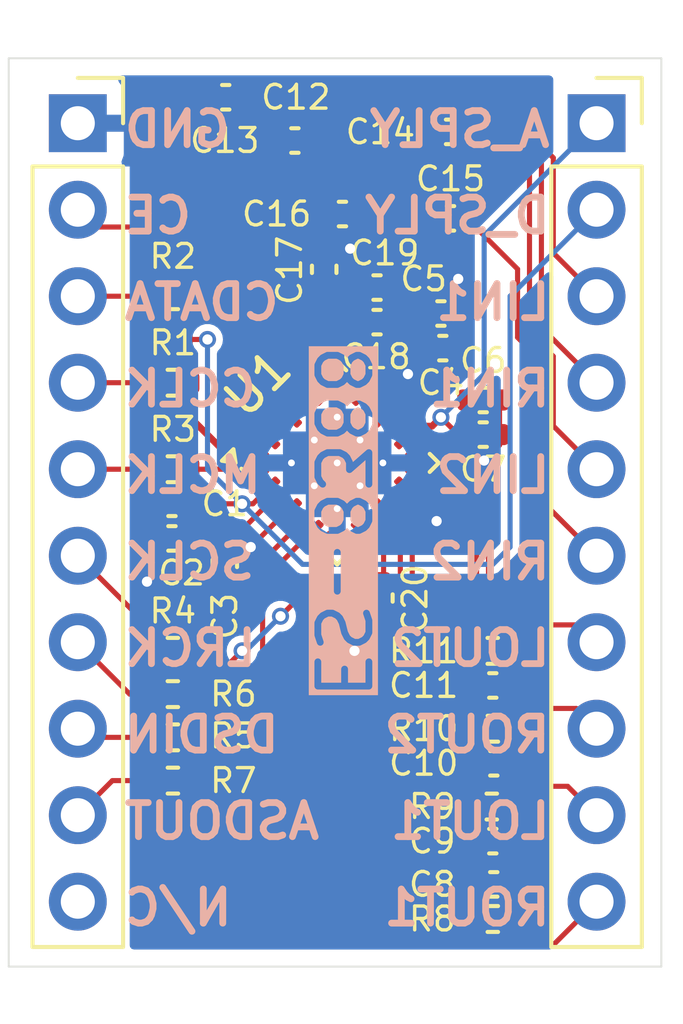
<source format=kicad_pcb>
(kicad_pcb (version 20240108) (generator "pcbnew") (generator_version "8.0")
  (layers (0 "F.Cu" signal) (31 "B.Cu" signal) (34 "B.Paste" user) (35 "F.Paste" user) (36 "B.SilkS" user "B.Silkscreen") (37 "F.SilkS" user "F.Silkscreen") (38 "B.Mask" user) (39 "F.Mask" user) (44 "Edge.Cuts" user))
  (net 0 "")
  (net 1 "HPGND")
  (net 2 "D_SUPPLY")
  (net 3 "A_SUPPLY")
  (net 4 "Net-(C8-Pad1)")
  (net 5 "Net-(U1-ROUT1)")
  (net 6 "Net-(U1-LOUT1)")
  (net 7 "Net-(C9-Pad1)")
  (net 8 "Net-(C10-Pad1)")
  (net 9 "Net-(U1-ROUT2)")
  (net 10 "Net-(C11-Pad1)")
  (net 11 "Net-(U1-LOUT2)")
  (net 12 "Net-(U1-LIN1)")
  (net 13 "LIN1")
  (net 14 "Net-(U1-RIN1)")
  (net 15 "RIN1")
  (net 16 "LIN2")
  (net 17 "Net-(U1-LIN2)")
  (net 18 "RIN2")
  (net 19 "Net-(U1-RIN2)")
  (net 20 "Net-(U1-VMID)")
  (net 21 "Net-(U1-ADCVREF)")
  (net 22 "Net-(U1-VREF)")
  (net 24 "SCLK")
  (net 25 "ASDOUT")
  (net 26 "CDATA")
  (net 27 "LRCK")
  (net 28 "CE")
  (net 29 "MCLK")
  (net 30 "CCLK")
  (net 31 "DSDIN")
  (net 32 "ROUT1")
  (net 33 "LOUT2")
  (net 34 "ROUT2")
  (net 35 "LOUT1")
  (net 36 "Net-(U1-MCLK)")
  (net 37 "Net-(U1-SCLK)")
  (net 38 "Net-(U1-DSDIN)")
  (net 39 "Net-(U1-LRCK)")
  (net 40 "Net-(U1-ASDOUT)")
  (footprint "Resistor_SMD:R_0402_1005Metric" (layer "F.Cu") (at 38.352 57.404)
    (property "Reference" "R6" (at 1.78 0 0) (layer "F.SilkS") (effects (font (size 0.7 0.7) (thickness 0.1))))
    (property "Value" "33")
    (pad "1" smd roundrect (at -0.51 0) (size 0.54 0.64) (layers "F.Cu" "F.Paste" "F.Mask") (net 27 "LRCK"))
    (pad "2" smd roundrect (at 0.51 0) (size 0.54 0.64) (layers "F.Cu" "F.Paste" "F.Mask") (net 39 "Net-(U1-LRCK)"))
  )
  (footprint "Connector_PinSocket_2.54mm:PinSocket_1x10_P2.54mm_Vertical" (layer "F.Cu") (at 35.56 40.64)
    (property "Reference" "J1")
    (property "Value" "LEFT")
    (pad "1" thru_hole rect (at 0 0) (size 1.7 1.7) (drill 1) (layers "*.Cu" "*.Mask") (net 1 "HPGND"))
    (pad "2" thru_hole oval (at 0 2.54) (size 1.7 1.7) (drill 1) (layers "*.Cu" "*.Mask") (net 28 "CE"))
    (pad "3" thru_hole oval (at 0 5.08) (size 1.7 1.7) (drill 1) (layers "*.Cu" "*.Mask") (net 26 "CDATA"))
    (pad "4" thru_hole oval (at 0 7.62) (size 1.7 1.7) (drill 1) (layers "*.Cu" "*.Mask") (net 30 "CCLK"))
    (pad "5" thru_hole oval (at 0 10.16) (size 1.7 1.7) (drill 1) (layers "*.Cu" "*.Mask") (net 29 "MCLK"))
    (pad "6" thru_hole oval (at 0 12.7) (size 1.7 1.7) (drill 1) (layers "*.Cu" "*.Mask") (net 24 "SCLK"))
    (pad "7" thru_hole oval (at 0 15.24) (size 1.7 1.7) (drill 1) (layers "*.Cu" "*.Mask") (net 27 "LRCK"))
    (pad "8" thru_hole oval (at 0 17.78) (size 1.7 1.7) (drill 1) (layers "*.Cu" "*.Mask") (net 31 "DSDIN"))
    (pad "9" thru_hole oval (at 0 20.32) (size 1.7 1.7) (drill 1) (layers "*.Cu" "*.Mask") (net 25 "ASDOUT"))
    (pad "10" thru_hole oval (at 0 22.86) (size 1.7 1.7) (drill 1) (layers "*.Cu" "*.Mask"))
  )
  (footprint "Capacitor_SMD:C_0402_1005Metric" (layer "F.Cu") (at 39.906 39.878)
    (property "Reference" "C12" (at 2.06 0 0) (layer "F.SilkS") (effects (font (size 0.7 0.7) (thickness 0.1))))
    (property "Value" "1uf")
    (pad "1" smd roundrect (at -0.48 0) (size 0.56 0.62) (layers "F.Cu" "F.Paste" "F.Mask") (net 12 "Net-(U1-LIN1)"))
    (pad "2" smd roundrect (at 0.48 0) (size 0.56 0.62) (layers "F.Cu" "F.Paste" "F.Mask") (net 13 "LIN1"))
  )
  (footprint "Capacitor_SMD:C_0402_1005Metric" (layer "F.Cu") (at 46.482 40.894)
    (property "Reference" "C14" (at -2.032 0 0) (layer "F.SilkS") (effects (font (size 0.7 0.7) (thickness 0.1))))
    (property "Value" "1uf")
    (pad "1" smd roundrect (at -0.48 0) (size 0.56 0.62) (layers "F.Cu" "F.Paste" "F.Mask") (net 17 "Net-(U1-LIN2)"))
    (pad "2" smd roundrect (at 0.48 0) (size 0.56 0.62) (layers "F.Cu" "F.Paste" "F.Mask") (net 16 "LIN2"))
  )
  (footprint "Resistor_SMD:R_0402_1005Metric" (layer "F.Cu") (at 38.352 50.8)
    (property "Reference" "R3" (at 0 -1.17 0) (layer "F.SilkS") (effects (font (size 0.7 0.7) (thickness 0.1))))
    (property "Value" "33")
    (pad "1" smd roundrect (at -0.51 0) (size 0.54 0.64) (layers "F.Cu" "F.Paste" "F.Mask") (net 29 "MCLK"))
    (pad "2" smd roundrect (at 0.51 0) (size 0.54 0.64) (layers "F.Cu" "F.Paste" "F.Mask") (net 36 "Net-(U1-MCLK)"))
  )
  (footprint "Capacitor_SMD:C_0402_1005Metric" (layer "F.Cu") (at 47.78 62.992 180)
    (property "Reference" "C8" (at 1.806 0 0) (layer "F.SilkS") (effects (font (size 0.7 0.7) (thickness 0.1))))
    (property "Value" "1uf")
    (pad "1" smd roundrect (at -0.48 0 180) (size 0.56 0.62) (layers "F.Cu" "F.Paste" "F.Mask") (net 4 "Net-(C8-Pad1)"))
    (pad "2" smd roundrect (at 0.48 0 180) (size 0.56 0.62) (layers "F.Cu" "F.Paste" "F.Mask") (net 5 "Net-(U1-ROUT1)"))
  )
  (footprint "Package_DFN_QFN:QFN-28-1EP_4x4mm_P0.45mm_EP2.4x2.4mm_ThermalVias" (layer "F.Cu") (at 43.18 50.615 45)
    (property "Reference" "U1" (at 0 -3.299999 45) (layer "F.SilkS"))
    (property "Value" "~")
    (pad "1" smd custom (at -1.95 -1.35 45) (size 0.179289 0.179289) (layers "F.Cu" "F.Paste" "F.Mask") (net 36 "Net-(U1-MCLK)") (options (clearance outline) (anchor circle)) (primitives (gr_poly (pts (xy -0.3375 -0.0625) (xy 0.274112 -0.0625) (xy 0.3375 0.000888) (xy 0.3375 0.0625) (xy -0.3375 0.0625)) (width 0.125) (fill yes))))
    (pad "2" smd roundrect (at -1.95 -0.9 45) (size 0.8 0.25) (layers "F.Cu" "F.Paste" "F.Mask") (net 2 "D_SUPPLY"))
    (pad "3" smd roundrect (at -1.95 -0.45 45) (size 0.8 0.25) (layers "F.Cu" "F.Paste" "F.Mask") (net 2 "D_SUPPLY"))
    (pad "4" smd roundrect (at -1.95 0 45) (size 0.8 0.25) (layers "F.Cu" "F.Paste" "F.Mask") (net 1 "HPGND"))
    (pad "5" smd roundrect (at -1.95 0.45 45) (size 0.8 0.25) (layers "F.Cu" "F.Paste" "F.Mask") (net 37 "Net-(U1-SCLK)"))
    (pad "6" smd roundrect (at -1.95 0.9 45) (size 0.8 0.25) (layers "F.Cu" "F.Paste" "F.Mask") (net 38 "Net-(U1-DSDIN)"))
    (pad "7" smd custom (at -1.95 1.35 45) (size 0.179289 0.179289) (layers "F.Cu" "F.Paste" "F.Mask") (net 39 "Net-(U1-LRCK)") (options (clearance outline) (anchor circle)) (primitives (gr_poly (pts (xy -0.3375 -0.0625) (xy 0.3375 -0.0625) (xy 0.3375 -0.000888) (xy 0.274112 0.0625) (xy -0.3375 0.0625)) (width 0.125) (fill yes))))
    (pad "8" smd custom (at -1.35 1.95 45) (size 0.179289 0.179289) (layers "F.Cu" "F.Paste" "F.Mask") (net 40 "Net-(U1-ASDOUT)") (options (clearance outline) (anchor circle)) (primitives (gr_poly (pts (xy -0.0625 -0.274112) (xy 0.000888 -0.3375) (xy 0.0625 -0.3375) (xy 0.0625 0.3375) (xy -0.0625 0.3375)) (width 0.125) (fill yes))))
    (pad "9" smd roundrect (at -0.9 1.95 45) (size 0.25 0.8) (layers "F.Cu" "F.Paste" "F.Mask"))
    (pad "10" smd roundrect (at -0.45 1.95 45) (size 0.25 0.8) (layers "F.Cu" "F.Paste" "F.Mask") (net 22 "Net-(U1-VREF)"))
    (pad "11" smd roundrect (at 0 1.95 45) (size 0.25 0.8) (layers "F.Cu" "F.Paste" "F.Mask") (net 5 "Net-(U1-ROUT1)"))
    (pad "12" smd roundrect (at 0.45 1.95 45) (size 0.25 0.8) (layers "F.Cu" "F.Paste" "F.Mask") (net 6 "Net-(U1-LOUT1)"))
    (pad "13" smd roundrect (at 0.9 1.95 45) (size 0.25 0.8) (layers "F.Cu" "F.Paste" "F.Mask") (net 1 "HPGND"))
    (pad "14" smd custom (at 1.35 1.95 45) (size 0.179289 0.179289) (layers "F.Cu" "F.Paste" "F.Mask") (net 9 "Net-(U1-ROUT2)") (options (clearance outline) (anchor circle)) (primitives (gr_poly (pts (xy -0.0625 -0.3375) (xy -0.000888 -0.3375) (xy 0.0625 -0.274112) (xy 0.0625 0.3375) (xy -0.0625 0.3375)) (width 0.125) (fill yes))))
    (pad "15" smd custom (at 1.95 1.35 45) (size 0.179289 0.179289) (layers "F.Cu" "F.Paste" "F.Mask") (net 11 "Net-(U1-LOUT2)") (options (clearance outline) (anchor circle)) (primitives (gr_poly (pts (xy -0.3375 -0.0625) (xy 0.3375 -0.0625) (xy 0.3375 0.0625) (xy -0.274112 0.0625) (xy -0.3375 -0.000888)) (width 0.125) (fill yes))))
    (pad "16" smd roundrect (at 1.95 0.9 45) (size 0.8 0.25) (layers "F.Cu" "F.Paste" "F.Mask") (net 3 "A_SUPPLY"))
    (pad "17" smd roundrect (at 1.95 0.45 45) (size 0.8 0.25) (layers "F.Cu" "F.Paste" "F.Mask") (net 3 "A_SUPPLY"))
    (pad "18" smd roundrect (at 1.95 0 45) (size 0.8 0.25) (layers "F.Cu" "F.Paste" "F.Mask") (net 1 "HPGND"))
    (pad "19" smd roundrect (at 1.95 -0.45 45) (size 0.8 0.25) (layers "F.Cu" "F.Paste" "F.Mask") (net 21 "Net-(U1-ADCVREF)"))
    (pad "20" smd roundrect (at 1.95 -0.9 45) (size 0.8 0.25) (layers "F.Cu" "F.Paste" "F.Mask") (net 20 "Net-(U1-VMID)"))
    (pad "21" smd custom (at 1.95 -1.35 45) (size 0.179289 0.179289) (layers "F.Cu" "F.Paste" "F.Mask") (net 19 "Net-(U1-RIN2)") (options (clearance outline) (anchor circle)) (primitives (gr_poly (pts (xy -0.3375 0.000888) (xy -0.274112 -0.0625) (xy 0.3375 -0.0625) (xy 0.3375 0.0625) (xy -0.3375 0.0625)) (width 0.125) (fill yes))))
    (pad "22" smd custom (at 1.35 -1.95 45) (size 0.179289 0.179289) (layers "F.Cu" "F.Paste" "F.Mask") (net 17 "Net-(U1-LIN2)") (options (clearance outline) (anchor circle)) (primitives (gr_poly (pts (xy -0.0625 -0.3375) (xy 0.0625 -0.3375) (xy 0.0625 0.274112) (xy -0.000888 0.3375) (xy -0.0625 0.3375)) (width 0.125) (fill yes))))
    (pad "23" smd roundrect (at 0.9 -1.95 45) (size 0.25 0.8) (layers "F.Cu" "F.Paste" "F.Mask") (net 14 "Net-(U1-RIN1)"))
    (pad "24" smd roundrect (at 0.45 -1.95 45) (size 0.25 0.8) (layers "F.Cu" "F.Paste" "F.Mask") (net 12 "Net-(U1-LIN1)"))
    (pad "25" smd roundrect (at 0 -1.95 45) (size 0.25 0.8) (layers "F.Cu" "F.Paste" "F.Mask"))
    (pad "26" smd roundrect (at -0.45 -1.95 45) (size 0.25 0.8) (layers "F.Cu" "F.Paste" "F.Mask") (net 28 "CE"))
    (pad "27" smd roundrect (at -0.9 -1.95 45) (size 0.25 0.8) (layers "F.Cu" "F.Paste" "F.Mask") (net 26 "CDATA"))
    (pad "28" smd custom (at -1.35 -1.95 45) (size 0.179289 0.179289) (layers "F.Cu" "F.Paste" "F.Mask") (net 30 "CCLK") (options (clearance outline) (anchor circle)) (primitives (gr_poly (pts (xy -0.0625 -0.3375) (xy 0.0625 -0.3375) (xy 0.0625 0.3375) (xy 0.000888 0.3375) (xy -0.0625 0.274112)) (width 0.125) (fill yes))))
    (pad "29" thru_hole circle (at -0.95 -0.95 45) (size 0.5 0.5) (drill 0.2) (property pad_prop_heatsink) (layers "*.Cu") (net 1 "HPGND"))
    (pad "29" thru_hole circle (at -0.95 0.95 45) (size 0.5 0.5) (drill 0.2) (property pad_prop_heatsink) (layers "*.Cu") (net 1 "HPGND"))
    (pad "29" thru_hole circle (at -0.949999 0 45) (size 0.5 0.5) (drill 0.2) (property pad_prop_heatsink) (layers "*.Cu") (net 1 "HPGND"))
    (pad "29" thru_hole circle (at 0 -0.949999 45) (size 0.5 0.5) (drill 0.2) (property pad_prop_heatsink) (layers "*.Cu") (net 1 "HPGND"))
    (pad "29" thru_hole circle (at 0 0 45) (size 0.5 0.5) (drill 0.2) (property pad_prop_heatsink) (layers "*.Cu") (net 1 "HPGND"))
    (pad "29" smd rect (at 0 0 45) (size 2.4 2.4) (property pad_prop_heatsink) (layers "F.Cu" "F.Mask") (net 1 "HPGND"))
    (pad "29" smd rect (at 0 0 45) (size 2.4 2.4) (property pad_prop_heatsink) (layers "B.Cu") (net 1 "HPGND"))
    (pad "29" thru_hole circle (at 0 0.949999 45) (size 0.5 0.5) (drill 0.2) (property pad_prop_heatsink) (layers "*.Cu") (net 1 "HPGND"))
    (pad "29" thru_hole circle (at 0.949999 0 45) (size 0.5 0.5) (drill 0.2) (property pad_prop_heatsink) (layers "*.Cu") (net 1 "HPGND"))
    (pad "29" thru_hole circle (at 0.95 -0.95 45) (size 0.5 0.5) (drill 0.2) (property pad_prop_heatsink) (layers "*.Cu") (net 1 "HPGND"))
    (pad "29" thru_hole circle (at 0.95 0.95 45) (size 0.5 0.5) (drill 0.2) (property pad_prop_heatsink) (layers "*.Cu") (net 1 "HPGND"))
  )
  (footprint "Capacitor_SMD:C_0402_1005Metric" (layer "F.Cu") (at 47.782 59.436 180)
    (property "Reference" "C10" (at 2.06 0 0) (layer "F.SilkS") (effects (font (size 0.7 0.7) (thickness 0.1))))
    (property "Value" "1uf")
    (pad "1" smd roundrect (at -0.48 0 180) (size 0.56 0.62) (layers "F.Cu" "F.Paste" "F.Mask") (net 8 "Net-(C10-Pad1)"))
    (pad "2" smd roundrect (at 0.48 0 180) (size 0.56 0.62) (layers "F.Cu" "F.Paste" "F.Mask") (net 9 "Net-(U1-ROUT2)"))
  )
  (footprint "Resistor_SMD:R_0402_1005Metric" (layer "F.Cu") (at 47.722 60.706)
    (property "Reference" "R9" (at -1.748 0 0) (layer "F.SilkS") (effects (font (size 0.7 0.7) (thickness 0.1))))
    (property "Value" "10")
    (pad "1" smd roundrect (at -0.51 0) (size 0.54 0.64) (layers "F.Cu" "F.Paste" "F.Mask") (net 35 "LOUT1"))
    (pad "2" smd roundrect (at 0.51 0) (size 0.54 0.64) (layers "F.Cu" "F.Paste" "F.Mask") (net 7 "Net-(C9-Pad1)"))
  )
  (footprint "Capacitor_SMD:C_0402_1005Metric" (layer "F.Cu") (at 42.799 44.93 90)
    (property "Reference" "C17" (at -0.028 -1.016 90) (layer "F.SilkS") (effects (font (size 0.7 0.7) (thickness 0.1))))
    (property "Value" "0.1uf")
    (pad "1" smd roundrect (at -0.48 0 90) (size 0.56 0.62) (layers "F.Cu" "F.Paste" "F.Mask") (net 20 "Net-(U1-VMID)"))
    (pad "2" smd roundrect (at 0.48 0 90) (size 0.56 0.62) (layers "F.Cu" "F.Paste" "F.Mask") (net 1 "HPGND"))
  )
  (footprint "Resistor_SMD:R_0402_1005Metric" (layer "F.Cu") (at 38.352 45.72)
    (property "Reference" "R2" (at 0 -1.17 0) (layer "F.SilkS") (effects (font (size 0.7 0.7) (thickness 0.1))))
    (property "Value" "10k")
    (pad "1" smd roundrect (at -0.51 0) (size 0.54 0.64) (layers "F.Cu" "F.Paste" "F.Mask") (net 26 "CDATA"))
    (pad "2" smd roundrect (at 0.51 0) (size 0.54 0.64) (layers "F.Cu" "F.Paste" "F.Mask") (net 2 "D_SUPPLY"))
  )
  (footprint "Capacitor_SMD:C_0402_1005Metric" (layer "F.Cu") (at 46.228 46.228)
    (property "Reference" "C5" (at -0.508 -1.016 360) (layer "F.SilkS") (effects (font (size 0.7 0.7) (thickness 0.1))))
    (property "Value" "0.1uf")
    (pad "1" smd roundrect (at -0.48 0) (size 0.56 0.62) (layers "F.Cu" "F.Paste" "F.Mask") (net 3 "A_SUPPLY"))
    (pad "2" smd roundrect (at 0.48 0) (size 0.56 0.62) (layers "F.Cu" "F.Paste" "F.Mask") (net 1 "HPGND"))
  )
  (footprint "Capacitor_SMD:C_0402_1005Metric" (layer "F.Cu") (at 44.351 46.482 180)
    (property "Reference" "C18" (at 0.028 -1.016 360) (layer "F.SilkS") (effects (font (size 0.7 0.7) (thickness 0.1))))
    (property "Value" "10uf")
    (pad "1" smd roundrect (at -0.48 0 180) (size 0.56 0.62) (layers "F.Cu" "F.Paste" "F.Mask") (net 21 "Net-(U1-ADCVREF)"))
    (pad "2" smd roundrect (at 0.48 0 180) (size 0.56 0.62) (layers "F.Cu" "F.Paste" "F.Mask") (net 1 "HPGND"))
  )
  (footprint "Capacitor_SMD:C_0402_1005Metric" (layer "F.Cu") (at 38.326 52.832 180)
    (property "Reference" "C2" (at -0.282 -1.016 0) (layer "F.SilkS") (effects (font (size 0.7 0.7) (thickness 0.1))))
    (property "Value" "0.1uf")
    (pad "1" smd roundrect (at -0.48 0 180) (size 0.56 0.62) (layers "F.Cu" "F.Paste" "F.Mask") (net 2 "D_SUPPLY"))
    (pad "2" smd roundrect (at 0.48 0 180) (size 0.56 0.62) (layers "F.Cu" "F.Paste" "F.Mask") (net 1 "HPGND"))
  )
  (footprint "Resistor_SMD:R_0402_1005Metric" (layer "F.Cu") (at 38.354 59.944)
    (property "Reference" "R7" (at 1.778 0 0) (layer "F.SilkS") (effects (font (size 0.7 0.7) (thickness 0.1))))
    (property "Value" "33")
    (pad "1" smd roundrect (at -0.51 0) (size 0.54 0.64) (layers "F.Cu" "F.Paste" "F.Mask") (net 25 "ASDOUT"))
    (pad "2" smd roundrect (at 0.51 0) (size 0.54 0.64) (layers "F.Cu" "F.Paste" "F.Mask") (net 40 "Net-(U1-ASDOUT)"))
  )
  (footprint "Resistor_SMD:R_0402_1005Metric" (layer "F.Cu") (at 47.754 58.42)
    (property "Reference" "R10" (at -2.032 0 0) (layer "F.SilkS") (effects (font (size 0.7 0.7) (thickness 0.1))))
    (property "Value" "10")
    (pad "1" smd roundrect (at -0.51 0) (size 0.54 0.64) (layers "F.Cu" "F.Paste" "F.Mask") (net 34 "ROUT2"))
    (pad "2" smd roundrect (at 0.51 0) (size 0.54 0.64) (layers "F.Cu" "F.Paste" "F.Mask") (net 8 "Net-(C10-Pad1)"))
  )
  (footprint "Capacitor_SMD:C_0402_1005Metric" (layer "F.Cu") (at 47.752 61.722 180)
    (property "Reference" "C9" (at 1.778 0 0) (layer "F.SilkS") (effects (font (size 0.7 0.7) (thickness 0.1))))
    (property "Value" "1uf")
    (pad "1" smd roundrect (at -0.48 0 180) (size 0.56 0.62) (layers "F.Cu" "F.Paste" "F.Mask") (net 7 "Net-(C9-Pad1)"))
    (pad "2" smd roundrect (at 0.48 0 180) (size 0.56 0.62) (layers "F.Cu" "F.Paste" "F.Mask") (net 6 "Net-(U1-LOUT1)"))
  )
  (footprint "Capacitor_SMD:C_0402_1005Metric" (layer "F.Cu") (at 44.45 54.582 90)
    (property "Reference" "C20" (at -0.028 1.016 90) (layer "F.SilkS") (effects (font (size 0.7 0.7) (thickness 0.1))))
    (property "Value" "10uf")
    (pad "1" smd roundrect (at -0.48 0 90) (size 0.56 0.62) (layers "F.Cu" "F.Paste" "F.Mask") (net 1 "HPGND"))
    (pad "2" smd roundrect (at 0.48 0 90) (size 0.56 0.62) (layers "F.Cu" "F.Paste" "F.Mask") (net 22 "Net-(U1-VREF)"))
  )
  (footprint "Capacitor_SMD:C_0402_1005Metric" (layer "F.Cu") (at 43.335 43.307)
    (property "Reference" "C16" (at -1.933 0 360) (layer "F.SilkS") (effects (font (size 0.7 0.7) (thickness 0.1))))
    (property "Value" "10uf")
    (pad "1" smd roundrect (at -0.48 0) (size 0.56 0.62) (layers "F.Cu" "F.Paste" "F.Mask") (net 20 "Net-(U1-VMID)"))
    (pad "2" smd roundrect (at 0.48 0) (size 0.56 0.62) (layers "F.Cu" "F.Paste" "F.Mask") (net 1 "HPGND"))
  )
  (footprint "Resistor_SMD:R_0402_1005Metric" (layer "F.Cu") (at 38.352 58.674)
    (property "Reference" "R5" (at 1.778 -0.042 0) (layer "F.SilkS") (effects (font (size 0.7 0.7) (thickness 0.1))))
    (property "Value" "33")
    (pad "1" smd roundrect (at -0.51 0) (size 0.54 0.64) (layers "F.Cu" "F.Paste" "F.Mask") (net 31 "DSDIN"))
    (pad "2" smd roundrect (at 0.51 0) (size 0.54 0.64) (layers "F.Cu" "F.Paste" "F.Mask") (net 38 "Net-(U1-DSDIN)"))
  )
  (footprint "Capacitor_SMD:C_0402_1005Metric" (layer "F.Cu") (at 47.47 48.768)
    (property "Reference" "C6" (at 0 -1.16 0) (layer "F.SilkS") (effects (font (size 0.7 0.7) (thickness 0.1))))
    (property "Value" "10uf")
    (pad "1" smd roundrect (at -0.48 0) (size 0.56 0.62) (layers "F.Cu" "F.Paste" "F.Mask") (net 3 "A_SUPPLY"))
    (pad "2" smd roundrect (at 0.48 0) (size 0.56 0.62) (layers "F.Cu" "F.Paste" "F.Mask") (net 1 "HPGND"))
  )
  (footprint "Capacitor_SMD:C_0402_1005Metric" (layer "F.Cu") (at 38.326 51.816 180)
    (property "Reference" "C1" (at -1.552 0 0) (layer "F.SilkS") (effects (font (size 0.7 0.7) (thickness 0.1))))
    (property "Value" "10uf")
    (pad "1" smd roundrect (at -0.48 0 180) (size 0.56 0.62) (layers "F.Cu" "F.Paste" "F.Mask") (net 2 "D_SUPPLY"))
    (pad "2" smd roundrect (at 0.48 0 180) (size 0.56 0.62) (layers "F.Cu" "F.Paste" "F.Mask") (net 1 "HPGND"))
  )
  (footprint "Resistor_SMD:R_0402_1005Metric" (layer "F.Cu") (at 38.352 56.134)
    (property "Reference" "R4" (at 0 -1.17 0) (layer "F.SilkS") (effects (font (size 0.7 0.7) (thickness 0.1))))
    (property "Value" "33")
    (pad "1" smd roundrect (at -0.51 0) (size 0.54 0.64) (layers "F.Cu" "F.Paste" "F.Mask") (net 24 "SCLK"))
    (pad "2" smd roundrect (at 0.51 0) (size 0.54 0.64) (layers "F.Cu" "F.Paste" "F.Mask") (net 37 "Net-(U1-SCLK)"))
  )
  (footprint "Capacitor_SMD:C_0402_1005Metric" (layer "F.Cu") (at 46.284 47.244)
    (property "Reference" "C4" (at -0.056 1.016 360) (layer "F.SilkS") (effects (font (size 0.7 0.7) (thickness 0.1))))
    (property "Value" "10uf")
    (pad "1" smd roundrect (at -0.48 0) (size 0.56 0.62) (layers "F.Cu" "F.Paste" "F.Mask") (net 3 "A_SUPPLY"))
    (pad "2" smd roundrect (at 0.48 0) (size 0.56 0.62) (layers "F.Cu" "F.Paste" "F.Mask") (net 1 "HPGND"))
  )
  (footprint "Connector_PinSocket_2.54mm:PinSocket_1x10_P2.54mm_Vertical" (layer "F.Cu") (at 50.8 40.64)
    (property "Reference" "J2")
    (property "Value" "RIGHT")
    (pad "1" thru_hole rect (at 0 0) (size 1.7 1.7) (drill 1) (layers "*.Cu" "*.Mask") (net 3 "A_SUPPLY"))
    (pad "2" thru_hole oval (at 0 2.54) (size 1.7 1.7) (drill 1) (layers "*.Cu" "*.Mask") (net 2 "D_SUPPLY"))
    (pad "3" thru_hole oval (at 0 5.08) (size 1.7 1.7) (drill 1) (layers "*.Cu" "*.Mask") (net 13 "LIN1"))
    (pad "4" thru_hole oval (at 0 7.62) (size 1.7 1.7) (drill 1) (layers "*.Cu" "*.Mask") (net 15 "RIN1"))
    (pad "5" thru_hole oval (at 0 10.16) (size 1.7 1.7) (drill 1) (layers "*.Cu" "*.Mask") (net 16 "LIN2"))
    (pad "6" thru_hole oval (at 0 12.7) (size 1.7 1.7) (drill 1) (layers "*.Cu" "*.Mask") (net 18 "RIN2"))
    (pad "7" thru_hole oval (at 0 15.24) (size 1.7 1.7) (drill 1) (layers "*.Cu" "*.Mask") (net 33 "LOUT2"))
    (pad "8" thru_hole oval (at 0 17.78) (size 1.7 1.7) (drill 1) (layers "*.Cu" "*.Mask") (net 34 "ROUT2"))
    (pad "9" thru_hole oval (at 0 20.32) (size 1.7 1.7) (drill 1) (layers "*.Cu" "*.Mask") (net 35 "LOUT1"))
    (pad "10" thru_hole oval (at 0 22.86) (size 1.7 1.7) (drill 1) (layers "*.Cu" "*.Mask") (net 32 "ROUT1"))
  )
  (footprint "Resistor_SMD:R_0402_1005Metric" (layer "F.Cu") (at 47.752 64.008)
    (property "Reference" "R8" (at -1.778 0 0) (layer "F.SilkS") (effects (font (size 0.7 0.7) (thickness 0.1))))
    (property "Value" "10")
    (pad "1" smd roundrect (at -0.51 0) (size 0.54 0.64) (layers "F.Cu" "F.Paste" "F.Mask") (net 32 "ROUT1"))
    (pad "2" smd roundrect (at 0.51 0) (size 0.54 0.64) (layers "F.Cu" "F.Paste" "F.Mask") (net 4 "Net-(C8-Pad1)"))
  )
  (footprint "Capacitor_SMD:C_0402_1005Metric" (layer "F.Cu") (at 47.47 49.784)
    (property "Reference" "C7" (at 0 1.016 0) (layer "F.SilkS") (effects (font (size 0.7 0.7) (thickness 0.1))))
    (property "Value" "0.1uf")
    (pad "1" smd roundrect (at -0.48 0) (size 0.56 0.62) (layers "F.Cu" "F.Paste" "F.Mask") (net 3 "A_SUPPLY"))
    (pad "2" smd roundrect (at 0.48 0) (size 0.56 0.62) (layers "F.Cu" "F.Paste" "F.Mask") (net 1 "HPGND"))
  )
  (footprint "Capacitor_SMD:C_0402_1005Metric" (layer "F.Cu") (at 46.51 43.434)
    (property "Reference" "C15" (at 0 -1.16 0) (layer "F.SilkS") (effects (font (size 0.7 0.7) (thickness 0.1))))
    (property "Value" "1uf")
    (pad "1" smd roundrect (at -0.48 0) (size 0.56 0.62) (layers "F.Cu" "F.Paste" "F.Mask") (net 19 "Net-(U1-RIN2)"))
    (pad "2" smd roundrect (at 0.48 0) (size 0.56 0.62) (layers "F.Cu" "F.Paste" "F.Mask") (net 18 "RIN2"))
  )
  (footprint "Capacitor_SMD:C_0402_1005Metric" (layer "F.Cu") (at 47.752 57.15 180)
    (property "Reference" "C11" (at 2.032 0 0) (layer "F.SilkS") (effects (font (size 0.7 0.7) (thickness 0.1))))
    (property "Value" "1uf")
    (pad "1" smd roundrect (at -0.48 0 180) (size 0.56 0.62) (layers "F.Cu" "F.Paste" "F.Mask") (net 10 "Net-(C11-Pad1)"))
    (pad "2" smd roundrect (at 0.48 0 180) (size 0.56 0.62) (layers "F.Cu" "F.Paste" "F.Mask") (net 11 "Net-(U1-LOUT2)"))
  )
  (footprint "Capacitor_SMD:C_0402_1005Metric" (layer "F.Cu") (at 44.351 45.466 180)
    (property "Reference" "C19" (at -0.226 1.016 180) (layer "F.SilkS") (effects (font (size 0.7 0.7) (thickness 0.1))))
    (property "Value" "0.1uf")
    (pad "1" smd roundrect (at -0.48 0 180) (size 0.56 0.62) (layers "F.Cu" "F.Paste" "F.Mask") (net 21 "Net-(U1-ADCVREF)"))
    (pad "2" smd roundrect (at 0.48 0 180) (size 0.56 0.62) (layers "F.Cu" "F.Paste" "F.Mask") (net 1 "HPGND"))
  )
  (footprint "Resistor_SMD:R_0402_1005Metric" (layer "F.Cu") (at 47.75 56.134)
    (property "Reference" "R11" (at -2.03 0 0) (layer "F.SilkS") (effects (font (size 0.7 0.7) (thickness 0.1))))
    (property "Value" "10")
    (pad "1" smd roundrect (at -0.51 0) (size 0.54 0.64) (layers "F.Cu" "F.Paste" "F.Mask") (net 33 "LOUT2"))
    (pad "2" smd roundrect (at 0.51 0) (size 0.54 0.64) (layers "F.Cu" "F.Paste" "F.Mask") (net 10 "Net-(C11-Pad1)"))
  )
  (footprint "Capacitor_SMD:C_0402_1005Metric" (layer "F.Cu") (at 41.938 41.148)
    (property "Reference" "C13" (at -2.06 0 0) (layer "F.SilkS") (effects (font (size 0.7 0.7) (thickness 0.1))))
    (property "Value" "1uf")
    (pad "1" smd roundrect (at -0.48 0) (size 0.56 0.62) (layers "F.Cu" "F.Paste" "F.Mask") (net 14 "Net-(U1-RIN1)"))
    (pad "2" smd roundrect (at 0.48 0) (size 0.56 0.62) (layers "F.Cu" "F.Paste" "F.Mask") (net 15 "RIN1"))
  )
  (footprint "Capacitor_SMD:C_0402_1005Metric" (layer "F.Cu") (at 39.878 53.566 -90)
    (property "Reference" "C3" (at 1.552 0 90) (layer "F.SilkS") (effects (font (size 0.7 0.7) (thickness 0.1))))
    (property "Value" "0.1uf")
    (pad "1" smd roundrect (at -0.48 0 270) (size 0.56 0.62) (layers "F.Cu" "F.Paste" "F.Mask") (net 2 "D_SUPPLY"))
    (pad "2" smd roundrect (at 0.48 0 270) (size 0.56 0.62) (layers "F.Cu" "F.Paste" "F.Mask") (net 1 "HPGND"))
  )
  (footprint "Resistor_SMD:R_0402_1005Metric" (layer "F.Cu") (at 38.352 48.26)
    (property "Reference" "R1" (at 0 -1.17 0) (layer "F.SilkS") (effects (font (size 0.7 0.7) (thickness 0.1))))
    (property "Value" "10k")
    (pad "1" smd roundrect (at -0.51 0) (size 0.54 0.64) (layers "F.Cu" "F.Paste" "F.Mask") (net 30 "CCLK"))
    (pad "2" smd roundrect (at 0.51 0) (size 0.54 0.64) (layers "F.Cu" "F.Paste" "F.Mask") (net 2 "D_SUPPLY"))
  )
  (gr_line (start 33.528 38.735) (end 33.528 65.405) (stroke (width 0.05)) (layer "Edge.Cuts"))
  (gr_line (start 33.528 65.405) (end 52.705 65.405) (stroke (width 0.05)) (layer "Edge.Cuts"))
  (gr_line (start 52.705 65.405) (end 52.705 38.735) (stroke (width 0.05)) (layer "Edge.Cuts"))
  (gr_line (start 52.705 38.735) (end 33.528 38.735) (stroke (width 0.05)) (layer "Edge.Cuts"))
  (gr_text "CCLK" (at 36.83 49.022 0) (layer "B.SilkS") (effects (font (size 1 1) (thickness 0.2) (bold yes)) (justify right bottom mirror)))
  (gr_text "LIN1" (at 49.53 46.482 0) (layer "B.SilkS") (effects (font (size 1 1) (thickness 0.2) (bold yes)) (justify left bottom mirror)))
  (gr_text "LRCK" (at 36.83 56.642 0) (layer "B.SilkS") (effects (font (size 1 1) (thickness 0.2) (bold yes)) (justify right bottom mirror)))
  (gr_text "MCLK" (at 36.83 51.562 0) (layer "B.SilkS") (effects (font (size 1 1) (thickness 0.2) (bold yes)) (justify right bottom mirror)))
  (gr_text "LOUT1" (at 49.53 61.722 0) (layer "B.SilkS") (effects (font (size 1 1) (thickness 0.2) (bold yes)) (justify left bottom mirror)))
  (gr_text "ES-8388" (at 42.418 57.658 -90) (layer "B.SilkS" knockout) (effects (font (size 1.5 1.5) (thickness 0.2)) (justify left bottom mirror)))
  (gr_text "ROUT2" (at 49.53 59.182 0) (layer "B.SilkS") (effects (font (size 1 1) (thickness 0.2) (bold yes)) (justify left bottom mirror)))
  (gr_text "DSDIN" (at 36.83 59.182 0) (layer "B.SilkS") (effects (font (size 1 1) (thickness 0.2) (bold yes)) (justify right bottom mirror)))
  (gr_text "RIN2" (at 49.53 54.102 0) (layer "B.SilkS") (effects (font (size 1 1) (thickness 0.2) (bold yes)) (justify left bottom mirror)))
  (gr_text "A_SPLY" (at 49.53 41.402 0) (layer "B.SilkS") (effects (font (size 1 1) (thickness 0.2) (bold yes)) (justify left bottom mirror)))
  (gr_text "LIN2" (at 49.53 51.562 0) (layer "B.SilkS") (effects (font (size 1 1) (thickness 0.2) (bold yes)) (justify left bottom mirror)))
  (gr_text "CE" (at 36.83 43.942 0) (layer "B.SilkS") (effects (font (size 1 1) (thickness 0.2) (bold yes)) (justify right bottom mirror)))
  (gr_text "D_SPLY" (at 49.53 43.942 0) (layer "B.SilkS") (effects (font (size 1 1) (thickness 0.2) (bold yes)) (justify left bottom mirror)))
  (gr_text "CDATA" (at 36.83 46.482 0) (layer "B.SilkS") (effects (font (size 1 1) (thickness 0.2) (bold yes)) (justify right bottom mirror)))
  (gr_text "N/C" (at 36.83 64.262 0) (layer "B.SilkS") (effects (font (size 1 1) (thickness 0.2) (bold yes)) (justify right bottom mirror)))
  (gr_text "ASDOUT" (at 36.83 61.722 0) (layer "B.SilkS") (effects (font (size 1 1) (thickness 0.2) (bold yes)) (justify right bottom mirror)))
  (gr_text "LOUT2" (at 49.53 56.642 0) (layer "B.SilkS") (effects (font (size 1 1) (thickness 0.2) (bold yes)) (justify left bottom mirror)))
  (gr_text "RIN1" (at 49.53 49.022 0) (layer "B.SilkS") (effects (font (size 1 1) (thickness 0.2) (bold yes)) (justify left bottom mirror)))
  (gr_text "GND" (at 36.83 41.402 0) (layer "B.SilkS") (effects (font (size 1 1) (thickness 0.2) (bold yes)) (justify right bottom mirror)))
  (gr_text "ROUT1" (at 49.53 64.262 0) (layer "B.SilkS") (effects (font (size 1 1) (thickness 0.2) (bold yes)) (justify left bottom mirror)))
  (gr_text "SCLK" (at 36.83 54.102 0) (layer "B.SilkS") (effects (font (size 1 1) (thickness 0.2) (bold yes)) (justify right bottom mirror)))
  (segment (start 37.846 51.816) (end 37.846 52.832) (width 0.15) (layer "F.Cu") (net 1))
  (segment (start 43.871 45.466) (end 43.871 46.482) (width 0.15) (layer "F.Cu") (net 1))
  (segment (start 47.95 50.094) (end 47.95 49.784) (width 0.15) (layer "F.Cu") (net 1))
  (segment (start 46.708 46.228) (end 46.708 45.24) (width 0.2) (layer "F.Cu") (net 1))
  (segment (start 43.871 44.633) (end 43.561 44.323) (width 0.15) (layer "F.Cu") (net 1))
  (segment (start 43.815 44.069) (end 43.815 43.307) (width 0.15) (layer "F.Cu") (net 1))
  (segment (start 44.45 55.062) (end 44.45 55.372) (width 0.15) (layer "F.Cu") (net 1))
  (segment (start 45.259226 48.006) (end 45.259226 48.535774) (width 0.2) (layer "F.Cu") (net 1))
  (segment (start 41.801142 51.993858) (end 41.732142 51.993858) (width 0.15) (layer "F.Cu") (net 1))
  (segment (start 42.799 44.45) (end 43.434 44.45) (width 0.15) (layer "F.Cu") (net 1))
  (segment (start 47.498 50.546) (end 47.95 50.094) (width 0.15) (layer "F.Cu") (net 1))
  (segment (start 45.259226 48.535774) (end 44.558858 49.236142) (width 0.2) (layer "F.Cu") (net 1))
  (segment (start 43.561 44.323) (end 43.815 44.069) (width 0.15) (layer "F.Cu") (net 1))
  (segment (start 47.95 49.784) (end 47.95 48.768) (width 0.15) (layer "F.Cu") (net 1))
  (segment (start 37.648 54.046) (end 37.592 54.102) (width 0.15) (layer "F.Cu") (net 1))
  (segment (start 37.846 52.832) (end 37.846 53.848) (width 0.15) (layer "F.Cu") (net 1))
  (segment (start 43.434 44.45) (end 43.561 44.323) (width 0.15) (layer "F.Cu") (net 1))
  (segment (start 46.764 47.244) (end 46.764 46.284) (width 0.2) (layer "F.Cu") (net 1))
  (segment (start 46.764 46.284) (end 46.708 46.228) (width 0.2) (layer "F.Cu") (net 1))
  (segment (start 41.732142 51.993858) (end 40.64 53.086) (width 0.15) (layer "F.Cu") (net 1))
  (segment (start 37.846 53.848) (end 37.592 54.102) (width 0.15) (layer "F.Cu") (net 1))
  (segment (start 39.878 54.046) (end 37.648 54.046) (width 0.15) (layer "F.Cu") (net 1))
  (segment (start 43.871 45.466) (end 43.871 44.633) (width 0.15) (layer "F.Cu") (net 1))
  (segment (start 46.708 45.24) (end 46.736 45.212) (width 0.2) (layer "F.Cu") (net 1))
  (segment (start 45.195254 51.418254) (end 46.101 52.324) (width 0.15) (layer "F.Cu") (net 1))
  (segment (start 45.195254 51.357462) (end 45.195254 51.418254) (width 0.15) (layer "F.Cu") (net 1))
  (segment (start 44.45 55.372) (end 43.688 56.134) (width 0.15) (layer "F.Cu") (net 1))
  (via (at 46.736 45.212) (size 0.5) (drill 0.3) (layers "F.Cu" "B.Cu") (net 1))
  (via (at 45.259226 48.006) (size 0.5) (drill 0.3) (layers "F.Cu" "B.Cu") (net 1))
  (via (at 46.101 52.324) (size 0.5) (drill 0.3) (layers "F.Cu" "B.Cu") (net 1))
  (via (at 40.64 53.086) (size 0.5) (drill 0.3) (layers "F.Cu" "B.Cu") (net 1))
  (via (at 43.688 56.134) (size 0.5) (drill 0.3) (layers "F.Cu" "B.Cu") (net 1))
  (via (at 43.561 44.323) (size 0.5) (drill 0.3) (layers "F.Cu" "B.Cu") (net 1))
  (via (at 47.498 50.546) (size 0.5) (drill 0.3) (layers "F.Cu" "B.Cu") (net 1))
  (via (at 37.592 54.102) (size 0.5) (drill 0.3) (layers "F.Cu" "B.Cu") (net 1))
  (segment (start 35.56 40.64) (end 37.736 40.64) (width 0.3) (layer "B.Cu") (net 1))
  (segment (start 38.862 46.99) (end 38.862 48.26) (width 0.15) (layer "F.Cu") (net 2))
  (segment (start 40.386 51.816) (end 40.706208 51.816) (width 0.15) (layer "F.Cu") (net 2))
  (segment (start 38.862 45.72) (end 38.862 46.99) (width 0.15) (layer "F.Cu") (net 2))
  (segment (start 38.806 51.816) (end 38.806 52.832) (width 0.15) (layer "F.Cu") (net 2))
  (segment (start 38.862 46.99) (end 39.37 46.99) (width 0.15) (layer "F.Cu") (net 2))
  (segment (start 41.28834 51.67566) (end 41.482944 51.67566) (width 0.15) (layer "F.Cu") (net 2))
  (segment (start 41.164746 51.357462) (end 41.482944 51.67566) (width 0.15) (layer "F.Cu") (net 2))
  (segment (start 40.706208 51.816) (end 41.164746 51.357462) (width 0.15) (layer "F.Cu") (net 2))
  (segment (start 38.806 51.816) (end 40.386 51.816) (width 0.15) (layer "F.Cu") (net 2))
  (segment (start 39.878 53.086) (end 41.28834 51.67566) (width 0.15) (layer "F.Cu") (net 2))
  (via (at 39.37 46.99) (size 0.5) (drill 0.3) (layers "F.Cu" "B.Cu") (net 2))
  (via (at 40.386 51.816) (size 0.5) (drill 0.3) (layers "F.Cu" "B.Cu") (net 2))
  (segment (start 48.26 45.72) (end 48.26 53.086) (width 0.15) (layer "B.Cu") (net 2))
  (segment (start 39.37 50.8) (end 40.386 51.816) (width 0.15) (layer "B.Cu") (net 2))
  (segment (start 50.8 43.18) (end 48.26 45.72) (width 0.15) (layer "B.Cu") (net 2))
  (segment (start 42.164 53.594) (end 40.386 51.816) (width 0.15) (layer "B.Cu") (net 2))
  (segment (start 47.752 53.594) (end 42.164 53.594) (width 0.15) (layer "B.Cu") (net 2))
  (segment (start 39.37 46.99) (end 39.37 50.8) (width 0.15) (layer "B.Cu") (net 2))
  (segment (start 48.26 53.086) (end 47.752 53.594) (width 0.15) (layer "B.Cu") (net 2))
  (segment (start 45.532018 49.535774) (end 45.195254 49.872538) (width 0.2) (layer "F.Cu") (net 3))
  (segment (start 45.748 47.188) (end 45.804 47.244) (width 0.2) (layer "F.Cu") (net 3))
  (segment (start 46.99 49.784) (end 46.736 49.784) (width 0.15) (layer "F.Cu") (net 3))
  (segment (start 45.859226 48.57217) (end 45.859226 47.299226) (width 0.2) (layer "F.Cu") (net 3))
  (segment (start 46.99 48.768) (end 46.99 49.784) (width 0.15) (layer "F.Cu") (net 3))
  (segment (start 45.195254 49.872538) (end 44.877056 49.55434) (width 0.2) (layer "F.Cu") (net 3))
  (segment (start 45.968226 49.535774) (end 45.532018 49.535774) (width 0.2) (layer "F.Cu") (net 3))
  (segment (start 44.877056 49.55434) (end 45.859226 48.57217) (width 0.2) (layer "F.Cu") (net 3))
  (segment (start 45.748 46.228) (end 45.748 47.188) (width 0.2) (layer "F.Cu") (net 3))
  (segment (start 46.736 49.784) (end 46.228 49.276) (width 0.15) (layer "F.Cu") (net 3))
  (segment (start 45.859226 47.299226) (end 45.804 47.244) (width 0.2) (layer "F.Cu") (net 3))
  (segment (start 46.228 49.276) (end 45.968226 49.535774) (width 0.2) (layer "F.Cu") (net 3))
  (via (at 46.228 49.276) (size 0.5) (drill 0.3) (layers "F.Cu" "B.Cu") (net 3))
  (segment (start 46.228 49.276) (end 47.498 48.006) (width 0.15) (layer "B.Cu") (net 3))
  (segment (start 47.498 43.942) (end 50.8 40.64) (width 0.15) (layer "B.Cu") (net 3))
  (segment (start 47.498 48.006) (end 47.498 43.942) (width 0.15) (layer "B.Cu") (net 3))
  (segment (start 48.262 62.994) (end 48.26 62.992) (width 0.15) (layer "F.Cu") (net 4))
  (segment (start 48.262 64.008) (end 48.262 62.994) (width 0.15) (layer "F.Cu") (net 4))
  (segment (start 47.3 62.992) (end 45.035 60.727) (width 0.15) (layer "F.Cu") (net 5))
  (segment (start 45.035 52.47) (end 44.558858 51.993858) (width 0.15) (layer "F.Cu") (net 5))
  (segment (start 45.035 60.727) (end 45.035 52.47) (width 0.15) (layer "F.Cu") (net 5))
  (segment (start 45.385 52.183604) (end 44.877056 51.67566) (width 0.15) (layer "F.Cu") (net 6))
  (segment (start 45.385 59.835) (end 45.385 52.183604) (width 0.15) (layer "F.Cu") (net 6))
  (segment (start 47.272 61.722) (end 45.385 59.835) (width 0.15) (layer "F.Cu") (net 6))
  (segment (start 48.232 61.722) (end 48.232 60.706) (width 0.15) (layer "F.Cu") (net 7))
  (segment (start 48.262 59.436) (end 48.262 58.422) (width 0.15) (layer "F.Cu") (net 8))
  (segment (start 48.262 58.422) (end 48.264 58.42) (width 0.15) (layer "F.Cu") (net 8))
  (segment (start 47.302 59.436) (end 46.345 58.479) (width 0.15) (layer "F.Cu") (net 9))
  (segment (start 45.867006 51.039264) (end 45.513452 51.039264) (width 0.15) (layer "F.Cu") (net 9))
  (segment (start 46.345 55.630458) (end 47.275 54.700458) (width 0.15) (layer "F.Cu") (net 9))
  (segment (start 47.275 52.447258) (end 45.867006 51.039264) (width 0.15) (layer "F.Cu") (net 9))
  (segment (start 46.345 58.479) (end 46.345 55.630458) (width 0.15) (layer "F.Cu") (net 9))
  (segment (start 47.275 54.700458) (end 47.275 52.447258) (width 0.15) (layer "F.Cu") (net 9))
  (segment (start 48.232 57.15) (end 48.232 56.162) (width 0.15) (layer "F.Cu") (net 10))
  (segment (start 48.232 56.162) (end 48.26 56.134) (width 0.15) (layer "F.Cu") (net 10))
  (segment (start 47.272 57.15) (end 47.625 56.797) (width 0.15) (layer "F.Cu") (net 11))
  (segment (start 47.625 56.797) (end 46.999432 56.797) (width 0.15) (layer "F.Cu") (net 11))
  (segment (start 47.625 54.845432) (end 47.625 52.302284) (width 0.15) (layer "F.Cu") (net 11))
  (segment (start 46.695 55.775432) (end 47.625 54.845432) (width 0.15) (layer "F.Cu") (net 11))
  (segment (start 46.695 56.492568) (end 46.695 55.775432) (width 0.15) (layer "F.Cu") (net 11))
  (segment (start 47.625 52.302284) (end 45.513452 50.190736) (width 0.15) (layer "F.Cu") (net 11))
  (segment (start 46.999432 56.797) (end 46.695 56.492568) (width 0.15) (layer "F.Cu") (net 11))
  (segment (start 39.172 39.624) (end 37.592 39.624) (width 0.15) (layer "F.Cu") (net 12))
  (segment (start 42.11934 48.917944) (end 40.894 47.692604) (width 0.15) (layer "F.Cu") (net 12))
  (segment (start 37.592 43.18) (end 37.592 39.624) (width 0.15) (layer "F.Cu") (net 12))
  (segment (start 40.894 47.692604) (end 40.894 45.787771) (width 0.15) (layer "F.Cu") (net 12))
  (segment (start 40.894 45.787771) (end 39.339229 44.233) (width 0.15) (layer "F.Cu") (net 12))
  (segment (start 39.426 39.878) (end 39.172 39.624) (width 0.15) (layer "F.Cu") (net 12))
  (segment (start 39.339229 44.233) (end 38.645 44.233) (width 0.15) (layer "F.Cu") (net 12))
  (segment (start 38.645 44.233) (end 37.592 43.18) (width 0.15) (layer "F.Cu") (net 12))
  (segment (start 49.53 44.45) (end 49.53 41.656) (width 0.15) (layer "F.Cu") (net 13))
  (segment (start 40.386 39.878) (end 47.752 39.878) (width 0.15) (layer "F.Cu") (net 13))
  (segment (start 49.53 41.656) (end 47.752 39.878) (width 0.15) (layer "F.Cu") (net 13))
  (segment (start 50.8 45.72) (end 49.53 44.45) (width 0.15) (layer "F.Cu") (net 13))
  (segment (start 41.244 47.406208) (end 41.244 45.642796) (width 0.15) (layer "F.Cu") (net 14))
  (segment (start 39.484204 43.883) (end 38.789974 43.883) (width 0.15) (layer "F.Cu") (net 14))
  (segment (start 37.942 43.035026) (end 37.942 41.814) (width 0.15) (layer "F.Cu") (net 14))
  (segment (start 41.244 45.642796) (end 39.484204 43.883) (width 0.15) (layer "F.Cu") (net 14))
  (segment (start 38.608 41.148) (end 41.458 41.148) (width 0.15) (layer "F.Cu") (net 14))
  (segment (start 37.942 41.814) (end 38.608 41.148) (width 0.15) (layer "F.Cu") (net 14))
  (segment (start 42.437538 48.599746) (end 41.244 47.406208) (width 0.15) (layer "F.Cu") (net 14))
  (segment (start 38.789974 43.883) (end 37.942 43.035026) (width 0.15) (layer "F.Cu") (net 14))
  (segment (start 43.338 40.228) (end 47.607026 40.228) (width 0.15) (layer "F.Cu") (net 15))
  (segment (start 49.18 46.64) (end 50.8 48.26) (width 0.15) (layer "F.Cu") (net 15))
  (segment (start 42.418 41.148) (end 43.338 40.228) (width 0.15) (layer "F.Cu") (net 15))
  (segment (start 47.607026 40.228) (end 49.18 41.800974) (width 0.15) (layer "F.Cu") (net 15))
  (segment (start 49.18 41.800974) (end 49.18 46.64) (width 0.15) (layer "F.Cu") (net 15))
  (segment (start 48.83 46.784974) (end 49.53 47.484974) (width 0.15) (layer "F.Cu") (net 16))
  (segment (start 47.752 40.894) (end 48.83 41.972) (width 0.15) (layer "F.Cu") (net 16))
  (segment (start 48.83 41.972) (end 48.83 46.784974) (width 0.15) (layer "F.Cu") (net 16))
  (segment (start 46.962 40.894) (end 47.752 40.894) (width 0.15) (layer "F.Cu") (net 16))
  (segment (start 49.53 49.53) (end 50.8 50.8) (width 0.15) (layer "F.Cu") (net 16))
  (segment (start 49.53 47.484974) (end 49.53 49.53) (width 0.15) (layer "F.Cu") (net 16))
  (segment (start 38.292 42.890052) (end 38.934948 43.533) (width 0.15) (layer "F.Cu") (net 17))
  (segment (start 41.594 47.119812) (end 42.755736 48.281548) (width 0.15) (layer "F.Cu") (net 17))
  (segment (start 38.292 41.972) (end 38.292 42.890052) (width 0.15) (layer "F.Cu") (net 17))
  (segment (start 38.531 41.733) (end 38.292 41.972) (width 0.15) (layer "F.Cu") (net 17))
  (segment (start 38.934948 43.533) (end 39.629179 43.533) (width 0.15) (layer "F.Cu") (net 17))
  (segment (start 39.629179 43.533) (end 41.594 45.497821) (width 0.15) (layer "F.Cu") (net 17))
  (segment (start 46.002 40.894) (end 45.163 41.733) (width 0.15) (layer "F.Cu") (net 17))
  (segment (start 41.594 45.497821) (end 41.594 47.119812) (width 0.15) (layer "F.Cu") (net 17))
  (segment (start 45.163 41.733) (end 38.531 41.733) (width 0.15) (layer "F.Cu") (net 17))
  (segment (start 48.48 46.929948) (end 48.48 44.924) (width 0.15) (layer "F.Cu") (net 18))
  (segment (start 46.99 43.434) (end 48.48 44.924) (width 0.15) (layer "F.Cu") (net 18))
  (segment (start 49.162026 47.611974) (end 49.162026 51.702026) (width 0.15) (layer "F.Cu") (net 18))
  (segment (start 49.162026 51.702026) (end 50.8 53.34) (width 0.15) (layer "F.Cu") (net 18))
  (segment (start 48.48 46.929948) (end 49.162026 47.611974) (width 0.15) (layer "F.Cu") (net 18))
  (segment (start 41.944 46.974838) (end 41.944 45.352846) (width 0.15) (layer "F.Cu") (net 19))
  (segment (start 38.816 42.083) (end 44.958 42.083) (width 0.15) (layer "F.Cu") (net 19))
  (segment (start 40.142076 43.550923) (end 40.142076 43.550922) (width 0.15) (layer "F.Cu") (net 19))
  (segment (start 41.943999 45.352846) (end 40.142076 43.550923) (width 0.15) (layer "F.Cu") (net 19))
  (segment (start 46.03 43.155) (end 46.03 43.434) (width 0.15) (layer "F.Cu") (net 19))
  (segment (start 43.604264 48.281548) (end 42.693716 47.371) (width 0.15) (layer "F.Cu") (net 19))
  (segment (start 39.774154 43.183) (end 39.079922 43.183) (width 0.15) (layer "F.Cu") (net 19))
  (segment (start 39.079922 43.183) (end 38.642 42.745078) (width 0.15) (layer "F.Cu") (net 19))
  (segment (start 40.142076 43.550922) (end 39.774154 43.183) (width 0.15) (layer "F.Cu") (net 19))
  (segment (start 42.693716 47.371) (end 42.340162 47.371) (width 0.15) (layer "F.Cu") (net 19))
  (segment (start 41.944 45.352846) (end 41.943999 45.352846) (width 0.15) (layer "F.Cu") (net 19))
  (segment (start 44.958 42.083) (end 46.03 43.155) (width 0.15) (layer "F.Cu") (net 19))
  (segment (start 38.642 42.257) (end 38.816 42.083) (width 0.15) (layer "F.Cu") (net 19))
  (segment (start 42.340162 47.371) (end 41.944 46.974838) (width 0.15) (layer "F.Cu") (net 19))
  (segment (start 38.642 42.745078) (end 38.642 42.257) (width 0.15) (layer "F.Cu") (net 19))
  (segment (start 43.922462 48.599746) (end 44.259226 48.262982) (width 0.2) (layer "F.Cu") (net 20))
  (segment (start 43.644043 47.626586) (end 43.603314 47.667314) (width 0.2) (layer "F.Cu") (net 20))
  (segment (start 42.189 43.973) (end 42.855 43.307) (width 0.2) (layer "F.Cu") (net 20))
  (segment (start 43.953396 47.626586) (end 43.644043 47.626586) (width 0.2) (layer "F.Cu") (net 20))
  (segment (start 44.259226 47.932416) (end 43.953396 47.626586) (width 0.2) (layer "F.Cu") (net 20))
  (segment (start 44.259226 48.262982) (end 44.259226 47.932416) (width 0.2) (layer "F.Cu") (net 20))
  (segment (start 42.189 44.8) (end 42.189 43.973) (width 0.2) (layer "F.Cu") (net 20))
  (segment (start 42.799 46.863) (end 42.799 45.41) (width 0.2) (layer "F.Cu") (net 20))
  (segment (start 43.603314 47.667314) (end 42.799 46.863) (width 0.2) (layer "F.Cu") (net 20))
  (segment (start 42.799 45.41) (end 42.189 44.8) (width 0.2) (layer "F.Cu") (net 20))
  (segment (start 44.24066 48.917944) (end 44.634226 48.524378) (width 0.15) (layer "F.Cu") (net 21))
  (segment (start 44.634226 48.524378) (end 44.634226 46.678774) (width 0.15) (layer "F.Cu") (net 21))
  (segment (start 44.634226 46.678774) (end 44.831 46.482) (width 0.15) (layer "F.Cu") (net 21))
  (segment (start 44.831 45.466) (end 44.831 46.482) (width 0.15) (layer "F.Cu") (net 21))
  (segment (start 44.45 54.102) (end 44.544029 54.007971) (width 0.15) (layer "F.Cu") (net 22))
  (segment (start 44.544029 52.615425) (end 44.24066 52.312056) (width 0.15) (layer "F.Cu") (net 22))
  (segment (start 44.544029 54.007971) (end 44.544029 52.615425) (width 0.15) (layer "F.Cu") (net 22))
  (segment (start 37.842 56.134) (end 37.842 55.622) (width 0.15) (layer "F.Cu") (net 24))
  (segment (start 37.842 55.622) (end 35.56 53.34) (width 0.15) (layer "F.Cu") (net 24))
  (segment (start 37.844 59.944) (end 36.576 59.944) (width 0.15) (layer "F.Cu") (net 25))
  (segment (start 36.576 59.944) (end 35.56 60.96) (width 0.15) (layer "F.Cu") (net 25))
  (segment (start 37.842 45.72) (end 35.56 45.72) (width 0.15) (layer "F.Cu") (net 26))
  (segment (start 38.098 44.958) (end 37.842 45.214) (width 0.2) (layer "F.Cu") (net 26))
  (segment (start 39.038924 44.958) (end 38.098 44.958) (width 0.2) (layer "F.Cu") (net 26))
  (segment (start 40.132 46.051076) (end 39.038924 44.958) (width 0.2) (layer "F.Cu") (net 26))
  (segment (start 37.842 45.214) (end 37.842 45.72) (width 0.2) (layer "F.Cu") (net 26))
  (segment (start 40.132 48.839792) (end 40.132 46.051076) (width 0.2) (layer "F.Cu") (net 26))
  (segment (start 41.164746 49.872538) (end 40.132 48.839792) (width 0.2) (layer "F.Cu") (net 26))
  (segment (start 37.084 57.404) (end 35.56 55.88) (width 0.15) (layer "F.Cu") (net 27))
  (segment (start 37.842 57.404) (end 37.084 57.404) (width 0.15) (layer "F.Cu") (net 27))
  (segment (start 36.068 43.688) (end 37.592 43.688) (width 0.15) (layer "F.Cu") (net 28))
  (segment (start 39.194254 44.583) (end 40.507 45.895746) (width 0.15) (layer "F.Cu") (net 28))
  (segment (start 38.487 44.583) (end 39.194254 44.583) (width 0.15) (layer "F.Cu") (net 28))
  (segment (start 37.592 43.688) (end 38.487 44.583) (width 0.15) (layer "F.Cu") (net 28))
  (segment (start 40.507 45.895746) (end 40.507 48.578396) (width 0.15) (layer "F.Cu") (net 28))
  (segment (start 40.507 48.578396) (end 41.482944 49.55434) (width 0.15) (layer "F.Cu") (net 28))
  (segment (start 35.56 43.18) (end 36.068 43.688) (width 0.15) (layer "F.Cu") (net 28))
  (segment (start 37.842 50.8) (end 35.56 50.8) (width 0.15) (layer "F.Cu") (net 29))
  (segment (start 37.842 48.26) (end 35.56 48.26) (width 0.15) (layer "F.Cu") (net 30))
  (segment (start 40.846548 50.190736) (end 39.772736 50.190736) (width 0.2) (layer "F.Cu") (net 30))
  (segment (start 39.772736 50.190736) (end 37.842 48.26) (width 0.2) (layer "F.Cu") (net 30))
  (segment (start 37.842 58.674) (end 35.814 58.674) (width 0.15) (layer "F.Cu") (net 31))
  (segment (start 35.814 58.674) (end 35.56 58.42) (width 0.15) (layer "F.Cu") (net 31))
  (segment (start 48.004 64.77) (end 49.53 64.77) (width 0.15) (layer "F.Cu") (net 32))
  (segment (start 49.53 64.77) (end 50.8 63.5) (width 0.15) (layer "F.Cu") (net 32))
  (segment (start 47.242 64.008) (end 48.004 64.77) (width 0.15) (layer "F.Cu") (net 32))
  (segment (start 47.24 56.134) (end 48.002 55.372) (width 0.15) (layer "F.Cu") (net 33))
  (segment (start 50.292 55.372) (end 50.8 55.88) (width 0.15) (layer "F.Cu") (net 33))
  (segment (start 48.002 55.372) (end 50.292 55.372) (width 0.15) (layer "F.Cu") (net 33))
  (segment (start 47.955432 57.825) (end 50.205 57.825) (width 0.15) (layer "F.Cu") (net 34))
  (segment (start 47.360432 58.42) (end 47.955432 57.825) (width 0.15) (layer "F.Cu") (net 34))
  (segment (start 50.205 57.825) (end 50.8 58.42) (width 0.15) (layer "F.Cu") (net 34))
  (segment (start 47.244 58.42) (end 47.360432 58.42) (width 0.15) (layer "F.Cu") (net 34))
  (segment (start 47.839 60.111) (end 49.951 60.111) (width 0.15) (layer "F.Cu") (net 35))
  (segment (start 47.212 60.706) (end 47.244 60.706) (width 0.15) (layer "F.Cu") (net 35))
  (segment (start 47.244 60.706) (end 47.839 60.111) (width 0.15) (layer "F.Cu") (net 35))
  (segment (start 49.951 60.111) (end 50.8 60.96) (width 0.15) (layer "F.Cu") (net 35))
  (segment (start 38.862 50.8) (end 40.607284 50.8) (width 0.15) (layer "F.Cu") (net 36))
  (segment (start 40.607284 50.8) (end 40.846548 51.039264) (width 0.15) (layer "F.Cu") (net 36))
  (segment (start 40.64 53.848) (end 40.64 54.356) (width 0.15) (layer "F.Cu") (net 37))
  (segment (start 42.11934 52.312056) (end 42.11934 52.36866) (width 0.15) (layer "F.Cu") (net 37))
  (segment (start 42.11934 52.36866) (end 40.64 53.848) (width 0.15) (layer "F.Cu") (net 37))
  (segment (start 40.64 54.356) (end 38.862 56.134) (width 0.15) (layer "F.Cu") (net 37))
  (segment (start 40.99 56.546) (end 38.862 58.674) (width 0.15) (layer "F.Cu") (net 38))
  (segment (start 40.99 54.077792) (end 40.99 56.546) (width 0.15) (layer "F.Cu") (net 38))
  (segment (start 42.437538 52.630254) (end 40.99 54.077792) (width 0.15) (layer "F.Cu") (net 38))
  (segment (start 42.755736 52.948452) (end 42.755736 53.877264) (width 0.15) (layer "F.Cu") (net 39))
  (segment (start 42.755736 53.877264) (end 41.515 55.118) (width 0.15) (layer "F.Cu") (net 39))
  (segment (start 39.116 57.404) (end 38.862 57.404) (width 0.15) (layer "F.Cu") (net 39))
  (segment (start 40.386 56.134) (end 39.116 57.404) (width 0.15) (layer "F.Cu") (net 39))
  (via (at 41.515 55.118) (size 0.5) (drill 0.3) (layers "F.Cu" "B.Cu") (net 39))
  (via (at 40.386 56.134) (size 0.5) (drill 0.3) (layers "F.Cu" "B.Cu") (net 39))
  (segment (start 40.499 56.134) (end 40.386 56.134) (width 0.15) (layer "B.Cu") (net 39))
  (segment (start 41.515 55.118) (end 40.499 56.134) (width 0.15) (layer "B.Cu") (net 39))
  (segment (start 43.604264 52.948452) (end 43.604264 55.203736) (width 0.15) (layer "F.Cu") (net 40))
  (segment (start 43.604264 55.203736) (end 38.864 59.944) (width 0.15) (layer "F.Cu") (net 40))
  (zone (net 0) (net_name "") (layer "B.Cu") (connect_pads (clearance 0)) (min_thickness 0.25)
    (keepout (tracks allowed) (vias allowed) (pads allowed) (copperpour not_allowed) (footprints allowed))
    (fill (thermal_gap 0.5) (thermal_bridge_width 0.5))
    (polygon (pts (xy 33.274 41.91) (xy 37.084 41.91) (xy 37.084 65.786) (xy 33.274 65.786)))
  )
  (zone (net 1) (net_name "HPGND") (layer "B.Cu") (connect_pads (clearance 0.14)) (min_thickness 0.25) (fill yes (thermal_gap 0.5) (thermal_bridge_width 0.5))
    (polygon (pts (xy 34.036 39.116) (xy 52.324 39.116) (xy 52.324 65.024) (xy 34.036 65.024)))
  )
  (zone (net 0) (net_name "") (layer "B.Cu") (connect_pads (clearance 0)) (min_thickness 0.25)
    (keepout (tracks allowed) (vias allowed) (pads allowed) (copperpour not_allowed) (footprints allowed))
    (fill (thermal_gap 0.5) (thermal_bridge_width 0.5))
    (polygon (pts (xy 49.53 39.37) (xy 53.34 39.37) (xy 53.34 65.024) (xy 49.53 65.024)))
  )
)
</source>
